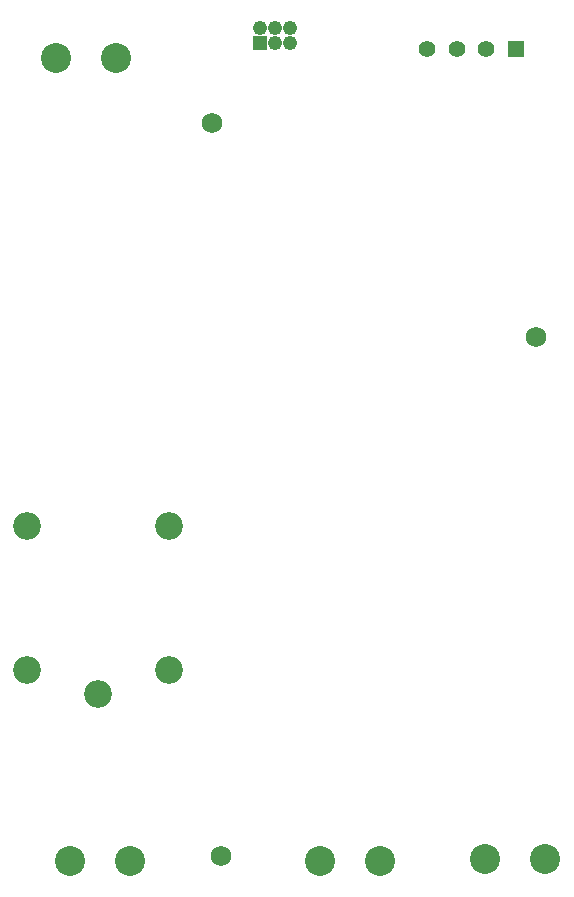
<source format=gbr>
G04*
G04 #@! TF.GenerationSoftware,Altium Limited,Altium Designer,24.4.1 (13)*
G04*
G04 Layer_Color=16711935*
%FSLAX44Y44*%
%MOMM*%
G71*
G04*
G04 #@! TF.SameCoordinates,35E0C0FB-C19D-4D04-833B-EC0655963EBE*
G04*
G04*
G04 #@! TF.FilePolarity,Negative*
G04*
G01*
G75*
%ADD45C,1.7272*%
%ADD46C,2.5400*%
%ADD47R,1.4000X1.4000*%
%ADD48C,1.4000*%
%ADD49C,1.2192*%
%ADD50R,1.2192X1.2192*%
%ADD51C,2.3400*%
D45*
X184150Y687070D02*
D03*
X191770Y66040D02*
D03*
X458470Y505460D02*
D03*
D46*
X275590Y62230D02*
D03*
X326390D02*
D03*
X102870Y741680D02*
D03*
X52070D02*
D03*
X63500Y62230D02*
D03*
X114300D02*
D03*
X466090Y63500D02*
D03*
X415290D02*
D03*
D47*
X441160Y749300D02*
D03*
D48*
X416160D02*
D03*
X391160D02*
D03*
X366160D02*
D03*
D49*
X250095Y754475D02*
D03*
Y767175D02*
D03*
X237395D02*
D03*
X224695D02*
D03*
X237395Y754475D02*
D03*
D50*
X224695D02*
D03*
D51*
X147630Y345320D02*
D03*
X27630D02*
D03*
Y223320D02*
D03*
X147630D02*
D03*
X87630Y203320D02*
D03*
M02*

</source>
